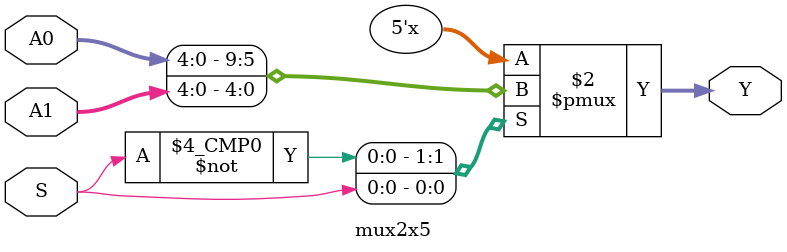
<source format=v>
`timescale 1ns / 1ps


module mux2x5(A0,A1,S,Y);
input [4:0] A0,A1;
input S;
output reg[4:0] Y;
always@(*)
    begin
    case(S)
        0:Y=A0;
        1:Y=A1;
    endcase
    end
endmodule

</source>
